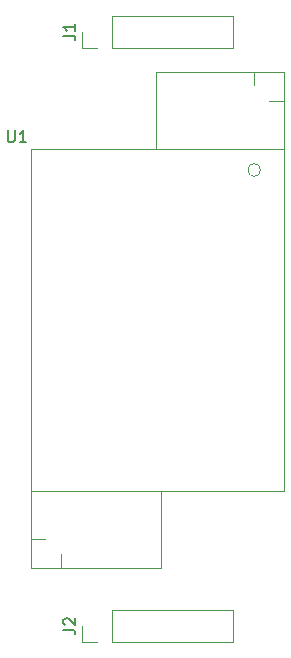
<source format=gto>
G04 #@! TF.GenerationSoftware,KiCad,Pcbnew,(6.0.5)*
G04 #@! TF.CreationDate,2022-08-24T21:54:21+01:00*
G04 #@! TF.ProjectId,iel-adapter,69656c2d-6164-4617-9074-65722e6b6963,rev?*
G04 #@! TF.SameCoordinates,Original*
G04 #@! TF.FileFunction,Legend,Top*
G04 #@! TF.FilePolarity,Positive*
%FSLAX46Y46*%
G04 Gerber Fmt 4.6, Leading zero omitted, Abs format (unit mm)*
G04 Created by KiCad (PCBNEW (6.0.5)) date 2022-08-24 21:54:21*
%MOMM*%
%LPD*%
G01*
G04 APERTURE LIST*
%ADD10C,0.150000*%
%ADD11C,0.120000*%
%ADD12R,1.700000X1.700000*%
%ADD13O,1.700000X1.700000*%
%ADD14C,2.500000*%
%ADD15C,3.000000*%
G04 APERTURE END LIST*
D10*
X158847380Y-52633333D02*
X159561666Y-52633333D01*
X159704523Y-52680952D01*
X159799761Y-52776190D01*
X159847380Y-52919047D01*
X159847380Y-53014285D01*
X159847380Y-51633333D02*
X159847380Y-52204761D01*
X159847380Y-51919047D02*
X158847380Y-51919047D01*
X158990238Y-52014285D01*
X159085476Y-52109523D01*
X159133095Y-52204761D01*
X158847380Y-102933333D02*
X159561666Y-102933333D01*
X159704523Y-102980952D01*
X159799761Y-103076190D01*
X159847380Y-103219047D01*
X159847380Y-103314285D01*
X158942619Y-102504761D02*
X158895000Y-102457142D01*
X158847380Y-102361904D01*
X158847380Y-102123809D01*
X158895000Y-102028571D01*
X158942619Y-101980952D01*
X159037857Y-101933333D01*
X159133095Y-101933333D01*
X159275952Y-101980952D01*
X159847380Y-102552380D01*
X159847380Y-101933333D01*
X154138095Y-60652380D02*
X154138095Y-61461904D01*
X154185714Y-61557142D01*
X154233333Y-61604761D01*
X154328571Y-61652380D01*
X154519047Y-61652380D01*
X154614285Y-61604761D01*
X154661904Y-61557142D01*
X154709523Y-61461904D01*
X154709523Y-60652380D01*
X155709523Y-61652380D02*
X155138095Y-61652380D01*
X155423809Y-61652380D02*
X155423809Y-60652380D01*
X155328571Y-60795238D01*
X155233333Y-60890476D01*
X155138095Y-60938095D01*
D11*
X162995000Y-50970000D02*
X173215000Y-50970000D01*
X161725000Y-53630000D02*
X160395000Y-53630000D01*
X173215000Y-53630000D02*
X173215000Y-50970000D01*
X160395000Y-53630000D02*
X160395000Y-52300000D01*
X162995000Y-53630000D02*
X162995000Y-50970000D01*
X162995000Y-53630000D02*
X173215000Y-53630000D01*
X162995000Y-103930000D02*
X173215000Y-103930000D01*
X161725000Y-103930000D02*
X160395000Y-103930000D01*
X162995000Y-101270000D02*
X173215000Y-101270000D01*
X160395000Y-103930000D02*
X160395000Y-102600000D01*
X162995000Y-103930000D02*
X162995000Y-101270000D01*
X173215000Y-103930000D02*
X173215000Y-101270000D01*
X156100000Y-91200000D02*
X167100000Y-91200000D01*
X167100000Y-91200000D02*
X167100000Y-97700000D01*
X167100000Y-97700000D02*
X156100000Y-97700000D01*
X156100000Y-97700000D02*
X156100000Y-91200000D01*
X177500000Y-55700000D02*
X175000000Y-55700000D01*
X175000000Y-55700000D02*
X175000000Y-58200000D01*
X175000000Y-58200000D02*
X177500000Y-58200000D01*
X177500000Y-58200000D02*
X177500000Y-55700000D01*
X177500000Y-62200000D02*
X166700000Y-62200000D01*
X166700000Y-62200000D02*
X166700000Y-55700000D01*
X166700000Y-55700000D02*
X177500000Y-55700000D01*
X177500000Y-55700000D02*
X177500000Y-62200000D01*
X156100000Y-62200000D02*
X177520000Y-62200000D01*
X177520000Y-62200000D02*
X177520000Y-91200000D01*
X177520000Y-91200000D02*
X156100000Y-91200000D01*
X156100000Y-91200000D02*
X156100000Y-62200000D01*
X156100000Y-97700000D02*
X158600000Y-97700000D01*
X158600000Y-97700000D02*
X158600000Y-95200000D01*
X158600000Y-95200000D02*
X156100000Y-95200000D01*
X156100000Y-95200000D02*
X156100000Y-97700000D01*
X175538516Y-64000000D02*
G75*
G03*
X175538516Y-64000000I-538516J0D01*
G01*
%LPC*%
D12*
X161725000Y-52300000D03*
D13*
X164265000Y-52300000D03*
X166805000Y-52300000D03*
X169345000Y-52300000D03*
X171885000Y-52300000D03*
D12*
X161725000Y-102600000D03*
D13*
X164265000Y-102600000D03*
X166805000Y-102600000D03*
X169345000Y-102600000D03*
X171885000Y-102600000D03*
D14*
X175000000Y-58200000D03*
X158600000Y-95200000D03*
D15*
X173500000Y-65700000D03*
X166800000Y-65700000D03*
X160100000Y-65700000D03*
X160100000Y-73000000D03*
X160100000Y-80300000D03*
X160100000Y-87700000D03*
X166100000Y-87700000D03*
X172100000Y-87700000D03*
X173500000Y-80300000D03*
X173500000Y-73000000D03*
M02*

</source>
